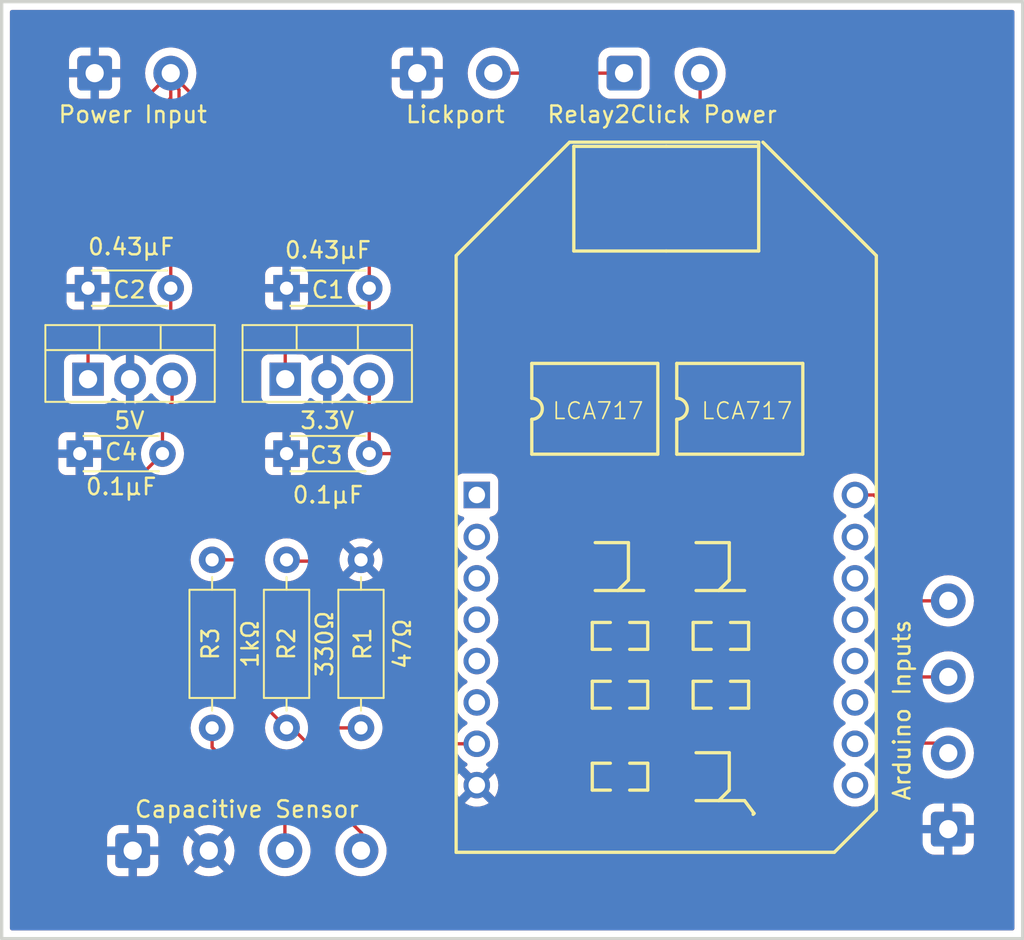
<source format=kicad_pcb>
(kicad_pcb (version 20240108) (generator "pcbnew") (generator_version "8.0")
  (layers (0 "F.Cu" signal) (31 "B.Cu" signal) (34 "B.Paste" user) (35 "F.Paste" user) (36 "B.SilkS" user "B.Silkscreen") (37 "F.SilkS" user "F.Silkscreen") (38 "B.Mask" user) (39 "F.Mask" user) (44 "Edge.Cuts" user))
  (net 0 "")
  (net 1 "Net-(BT1-+)")
  (net 2 "GND")
  (net 3 "Net-(K1-3.3V)")
  (net 4 "Net-(J3-Pin_2)")
  (net 5 "Net-(J1-Pin_4)")
  (net 6 "Net-(J2-Pin_2)")
  (net 7 "Net-(J3-Pin_4)")
  (net 8 "Net-(J3-Pin_3)")
  (net 20 "Net-(R1-Pad2)")
  (footprint "Connector_Wire:SolderWire-0.5sqmm_1x02_P4.6mm_D0.9mm_OD2.1mm" (layer "F.Cu") (at 169.4 49.5)
    (property "Reference" "BT1")
    (property "Value" "Power Input" (at 2.3 2.5 0) (layer "F.SilkS"))
    (pad "1" thru_hole roundrect (at 0 0) (size 2.1 2.1) (drill 1.1) (layers "*.Cu" "*.Mask") (roundrect_rratio 0.119048) (net 2 "GND"))
    (pad "2" thru_hole circle (at 4.6 0) (size 2.1 2.1) (drill 1.1) (layers "*.Cu" "*.Mask") (net 1 "Net-(BT1-+)"))
  )
  (footprint "Package_TO_SOT_THT:TO-220-3_Vertical" (layer "F.Cu") (at 169 68)
    (property "Reference" "U2")
    (property "Value" "5V" (at 2.5 2.5 0) (layer "F.SilkS"))
    (fp_line (start -2.58 -3.27) (end -2.58 1.371) (stroke (width 0.12)) (layer "F.SilkS"))
    (fp_line (start -2.58 -3.27) (end 7.66 -3.27) (stroke (width 0.12)) (layer "F.SilkS"))
    (fp_line (start -2.58 -1.76) (end 7.66 -1.76) (stroke (width 0.12)) (layer "F.SilkS"))
    (fp_line (start -2.58 1.371) (end 7.66 1.371) (stroke (width 0.12)) (layer "F.SilkS"))
    (fp_line (start 0.69 -3.27) (end 0.69 -1.76) (stroke (width 0.12)) (layer "F.SilkS"))
    (fp_line (start 4.391 -3.27) (end 4.391 -1.76) (stroke (width 0.12)) (layer "F.SilkS"))
    (fp_line (start 7.66 -3.27) (end 7.66 1.371) (stroke (width 0.12)) (layer "F.SilkS"))
    (pad "1" thru_hole rect (at 0 0) (size 1.905 2) (drill 1.1) (layers "*.Cu" "*.Mask") (net 1 "Net-(BT1-+)"))
    (pad "2" thru_hole oval (at 2.54 0) (size 1.905 2) (drill 1.1) (layers "*.Cu" "*.Mask") (net 2 "GND"))
    (pad "3" thru_hole oval (at 5.08 0) (size 1.905 2) (drill 1.1) (layers "*.Cu" "*.Mask") (net 4 "Net-(J3-Pin_2)"))
  )
  (footprint "Resistor_THT:R_Axial_DIN0207_L6.3mm_D2.5mm_P10.16mm_Horizontal" (layer "F.Cu") (at 181 78.92 -90)
    (property "Reference" "R2" (at 5.08 0 90) (layer "F.SilkS"))
    (property "Value" "330Ω" (at 5.08 -2.3 90) (layer "F.SilkS") (effects (font (size 0.9906 0.9906) (thickness 0.14986))))
    (fp_line (start 1.81 1.37) (end 8.35 1.37) (stroke (width 0.12)) (layer "F.SilkS"))
    (fp_line (start 8.35 1.37) (end 8.35 -1.37) (stroke (width 0.12)) (layer "F.SilkS"))
    (fp_line (start 1.04 0) (end 1.81 0) (stroke (width 0.12)) (layer "F.SilkS"))
    (fp_line (start 9.12 0) (end 8.35 0) (stroke (width 0.12)) (layer "F.SilkS"))
    (fp_line (start 1.81 -1.37) (end 1.81 1.37) (stroke (width 0.12)) (layer "F.SilkS"))
    (fp_line (start 8.35 -1.37) (end 1.81 -1.37) (stroke (width 0.12)) (layer "F.SilkS"))
    (pad "1" thru_hole circle (at 0 0 270) (size 1.6 1.6) (drill 0.8) (layers "*.Cu" "*.Mask") (net 20 "Net-(R1-Pad2)"))
    (pad "2" thru_hole oval (at 10.16 0 270) (size 1.6 1.6) (drill 0.8) (layers "*.Cu" "*.Mask") (net 8 "Net-(J3-Pin_3)"))
  )
  (footprint "Connector_Wire:SolderWire-0.5sqmm_1x02_P4.6mm_D0.9mm_OD2.1mm" (layer "F.Cu") (at 188.9 49.5)
    (property "Reference" "J4")
    (property "Value" "Lickport" (at 2.3 2.5 0) (layer "F.SilkS"))
    (pad "1" thru_hole roundrect (at 0 0) (size 2.1 2.1) (drill 1.1) (layers "*.Cu" "*.Mask") (roundrect_rratio 0.119048) (net 2 "GND"))
    (pad "2" thru_hole circle (at 4.6 0) (size 2.1 2.1) (drill 1.1) (layers "*.Cu" "*.Mask") (net 6 "Net-(J2-Pin_2)"))
  )
  (footprint "Connector_Wire:SolderWire-0.5sqmm_1x04_P4.6mm_D0.9mm_OD2.1mm" (layer "F.Cu") (at 171.7 96.5)
    (property "Reference" "J1")
    (property "Value" "Capacitive Sensor" (at 6.9 -2.5 0) (layer "F.SilkS"))
    (pad "1" thru_hole roundrect (at 0 0) (size 2.1 2.1) (drill 1.1) (layers "*.Cu" "*.Mask") (roundrect_rratio 0.119048) (net 2 "GND"))
    (pad "2" thru_hole circle (at 4.6 0) (size 2.1 2.1) (drill 1.1) (layers "*.Cu" "*.Mask") (net 2 "GND"))
    (pad "3" thru_hole circle (at 9.2 0) (size 2.1 2.1) (drill 1.1) (layers "*.Cu" "*.Mask") (net 1 "Net-(BT1-+)"))
    (pad "4" thru_hole circle (at 13.8 0) (size 2.1 2.1) (drill 1.1) (layers "*.Cu" "*.Mask") (net 5 "Net-(J1-Pin_4)"))
  )
  (footprint "Resistor_THT:R_Axial_DIN0207_L6.3mm_D2.5mm_P10.16mm_Horizontal" (layer "F.Cu") (at 185.5 78.92 -90)
    (property "Reference" "R1" (at 5.08 -0.1 90) (layer "F.SilkS"))
    (property "Value" "47Ω" (at 5.08 -2.5 90) (layer "F.SilkS") (effects (font (size 0.9906 0.9906) (thickness 0.14986))))
    (fp_line (start 1.81 1.37) (end 8.35 1.37) (stroke (width 0.12)) (layer "F.SilkS"))
    (fp_line (start 8.35 1.37) (end 8.35 -1.37) (stroke (width 0.12)) (layer "F.SilkS"))
    (fp_line (start 1.04 0) (end 1.81 0) (stroke (width 0.12)) (layer "F.SilkS"))
    (fp_line (start 9.12 0) (end 8.35 0) (stroke (width 0.12)) (layer "F.SilkS"))
    (fp_line (start 1.81 -1.37) (end 1.81 1.37) (stroke (width 0.12)) (layer "F.SilkS"))
    (fp_line (start 8.35 -1.37) (end 1.81 -1.37) (stroke (width 0.12)) (layer "F.SilkS"))
    (pad "1" thru_hole circle (at 0 0 270) (size 1.6 1.6) (drill 0.8) (layers "*.Cu" "*.Mask") (net 2 "GND"))
    (pad "2" thru_hole oval (at 10.16 0 270) (size 1.6 1.6) (drill 0.8) (layers "*.Cu" "*.Mask") (net 20 "Net-(R1-Pad2)"))
  )
  (footprint "ShulzLab:Relay2Click" (layer "F.Cu") (at 204 50)
    (property "Reference" "K1")
    (property "Value" "Relay2Click")
    (fp_line (start -12.748391 10.531748) (end -5.890391 3.673748) (stroke (width 0.2)) (layer "F.SilkS"))
    (fp_line (start -12.748391 46.599748) (end -12.748391 10.531748) (stroke (width 0.2)) (layer "F.SilkS"))
    (fp_line (start -12.748391 46.599748) (end 10.111609 46.599748) (stroke (width 0.2)) (layer "F.SilkS"))
    (fp_line (start -8.176391 17.046848) (end -0.556391 17.046848) (stroke (width 0.2)) (layer "F.SilkS"))
    (fp_line (start -8.176391 19.155048) (end -8.176391 17.046848) (stroke (width 0.2)) (layer "F.SilkS"))
    (fp_line (start -8.176391 22.533248) (end -8.176391 20.425048) (stroke (width 0.2)) (layer "F.SilkS"))
    (fp_line (start -8.176391 22.533248) (end -0.556391 22.533248) (stroke (width 0.2)) (layer "F.SilkS"))
    (fp_line (start -5.890391 3.673748) (end 5.539609 3.673748) (stroke (width 0.2)) (layer "F.SilkS"))
    (fp_line (start -5.636391 3.927748) (end -5.636391 10.252348) (stroke (width 0.2)) (layer "F.SilkS"))
    (fp_line (start -5.636391 3.927748) (end -0.048391 3.927748) (stroke (width 0.2)) (layer "F.SilkS"))
    (fp_line (start -5.636391 10.252348) (end -0.048391 10.252348) (stroke (width 0.2)) (layer "F.SilkS"))
    (fp_line (start -4.518791 32.705948) (end -3.426591 32.705948) (stroke (width 0.2)) (layer "F.SilkS"))
    (fp_line (start -4.518791 34.331548) (end -4.518791 32.705948) (stroke (width 0.2)) (layer "F.SilkS"))
    (fp_line (start -4.518791 34.331548) (end -3.426591 34.331548) (stroke (width 0.2)) (layer "F.SilkS"))
    (fp_line (start -4.518791 36.261948) (end -3.426591 36.261948) (stroke (width 0.2)) (layer "F.SilkS"))
    (fp_line (start -4.518791 37.887548) (end -4.518791 36.261948) (stroke (width 0.2)) (layer "F.SilkS"))
    (fp_line (start -4.518791 37.887548) (end -3.426591 37.887548) (stroke (width 0.2)) (layer "F.SilkS"))
    (fp_line (start -4.518791 41.214948) (end -3.426591 41.214948) (stroke (width 0.2)) (layer "F.SilkS"))
    (fp_line (start -4.518791 42.840548) (end -4.518791 41.214948) (stroke (width 0.2)) (layer "F.SilkS"))
    (fp_line (start -4.518791 42.840548) (end -3.426591 42.840548) (stroke (width 0.2)) (layer "F.SilkS"))
    (fp_line (start -4.340991 27.879948) (end -2.334391 27.879948) (stroke (width 0.2)) (layer "F.SilkS"))
    (fp_line (start -4.340991 30.775548) (end -1.409831 30.775548) (stroke (width 0.2)) (layer "F.SilkS"))
    (fp_line (start -2.969391 30.775548) (end -2.334391 30.140548) (stroke (width 0.2)) (layer "F.SilkS"))
    (fp_line (start -2.334391 30.140548) (end -2.334391 27.879948) (stroke (width 0.2)) (layer "F.SilkS"))
    (fp_line (start -2.258191 32.705948) (end -1.165991 32.705948) (stroke (width 0.2)) (layer "F.SilkS"))
    (fp_line (start -2.258191 34.331548) (end -1.165991 34.331548) (stroke (width 0.2)) (layer "F.SilkS"))
    (fp_line (start -2.258191 36.261948) (end -1.165991 36.261948) (stroke (width 0.2)) (layer "F.SilkS"))
    (fp_line (start -2.258191 37.887548) (end -1.165991 37.887548) (stroke (width 0.2)) (layer "F.SilkS"))
    (fp_line (start -2.258191 41.214948) (end -1.165991 41.214948) (stroke (width 0.2)) (layer "F.SilkS"))
    (fp_line (start -2.258191 42.840548) (end -1.165991 42.840548) (stroke (width 0.2)) (layer "F.SilkS"))
    (fp_line (start -1.165991 32.705948) (end -1.165991 34.331548) (stroke (width 0.2)) (layer "F.SilkS"))
    (fp_line (start -1.165991 36.261948) (end -1.165991 37.887548) (stroke (width 0.2)) (layer "F.SilkS"))
    (fp_line (start -1.165991 41.214948) (end -1.165991 42.840548) (stroke (width 0.2)) (layer "F.SilkS"))
    (fp_line (start -0.556391 22.533248) (end -0.556391 17.046848) (stroke (width 0.2)) (layer "F.SilkS"))
    (fp_line (start -0.048391 3.927748) (end 5.539609 3.927748) (stroke (width 0.2)) (layer "F.SilkS"))
    (fp_line (start -0.048391 10.252348) (end 5.539609 10.252348) (stroke (width 0.2)) (layer "F.SilkS"))
    (fp_line (start 0.586609 17.046848) (end 8.206609 17.046848) (stroke (width 0.2)) (layer "F.SilkS"))
    (fp_line (start 0.586609 19.155048) (end 0.586609 17.046848) (stroke (width 0.2)) (layer "F.SilkS"))
    (fp_line (start 0.586609 22.533248) (end 0.586609 20.425048) (stroke (width 0.2)) (layer "F.SilkS"))
    (fp_line (start 0.586609 22.533248) (end 8.206609 22.533248) (stroke (width 0.2)) (layer "F.SilkS"))
    (fp_line (start 1.577209 32.705948) (end 2.669409 32.705948) (stroke (width 0.2)) (layer "F.SilkS"))
    (fp_line (start 1.577209 34.331548) (end 1.577209 32.705948) (stroke (width 0.2)) (layer "F.SilkS"))
    (fp_line (start 1.577209 34.331548) (end 2.669409 34.331548) (stroke (width 0.2)) (layer "F.SilkS"))
    (fp_line (start 1.577209 36.261948) (end 2.669409 36.261948) (stroke (width 0.2)) (layer "F.SilkS"))
    (fp_line (start 1.577209 37.887548) (end 1.577209 36.261948) (stroke (width 0.2)) (layer "F.SilkS"))
    (fp_line (start 1.577209 37.887548) (end 2.669409 37.887548) (stroke (width 0.2)) (layer "F.SilkS"))
    (fp_line (start 1.755009 27.879948) (end 3.761609 27.879948) (stroke (width 0.2)) (layer "F.SilkS"))
    (fp_line (start 1.755009 30.775548) (end 4.686169 30.775548) (stroke (width 0.2)) (layer "F.SilkS"))
    (fp_line (start 1.755009 40.579948) (end 3.761609 40.579948) (stroke (width 0.2)) (layer "F.SilkS"))
    (fp_line (start 1.755009 43.475548) (end 4.686169 43.475548) (stroke (width 0.2)) (layer "F.SilkS"))
    (fp_line (start 3.126609 30.775548) (end 3.761609 30.140548) (stroke (width 0.2)) (layer "F.SilkS"))
    (fp_line (start 3.126609 43.475548) (end 3.761609 42.840548) (stroke (width 0.2)) (layer "F.SilkS"))
    (fp_line (start 3.761609 30.140548) (end 3.761609 27.879948) (stroke (width 0.2)) (layer "F.SilkS"))
    (fp_line (start 3.761609 42.840548) (end 3.761609 40.579948) (stroke (width 0.2)) (layer "F.SilkS"))
    (fp_line (start 3.837809 32.705948) (end 4.930009 32.705948) (stroke (width 0.2)) (layer "F.SilkS"))
    (fp_line (start 3.837809 34.331548) (end 4.930009 34.331548) (stroke (width 0.2)) (layer "F.SilkS"))
    (fp_line (start 3.837809 36.261948) (end 4.930009 36.261948) (stroke (width 0.2)) (layer "F.SilkS"))
    (fp_line (start 3.837809 37.887548) (end 4.930009 37.887548) (stroke (width 0.2)) (layer "F.SilkS"))
    (fp_line (start 4.686169 43.475548) (end 5.260209 44.247708) (stroke (width 0.2)) (layer "F.SilkS"))
    (fp_line (start 4.930009 32.705948) (end 4.930009 34.331548) (stroke (width 0.2)) (layer "F.SilkS"))
    (fp_line (start 4.930009 36.261948) (end 4.930009 37.887548) (stroke (width 0.2)) (layer "F.SilkS"))
    (fp_line (start 5.206869 44.295968) (end 5.260209 44.247708) (stroke (width 0.2)) (layer "F.SilkS"))
    (fp_line (start 5.260209 44.247708) (end 5.204329 44.303588) (stroke (width 0.2)) (layer "F.SilkS"))
    (fp_line (start 5.539609 10.252348) (end 5.539609 3.673748) (stroke (width 0.2)) (layer "F.SilkS"))
    (fp_line (start 5.793609 3.673748) (end 12.651609 10.531748) (stroke (width 0.2)) (layer "F.SilkS"))
    (fp_line (start 8.206609 22.533248) (end 8.206609 17.046848) (stroke (width 0.2)) (layer "F.SilkS"))
    (fp_line (start 10.111609 46.599748) (end 12.651609 44.059748) (stroke (width 0.2)) (layer "F.SilkS"))
    (fp_line (start 12.651609 44.059748) (end 12.651609 10.531748) (stroke (width 0.2)) (layer "F.SilkS"))
    (fp_arc (start -8.176391 19.155048) (mid -7.541391 19.790048) (end -8.176391 20.425048) (stroke (width 0.2)) (layer "F.SilkS"))
    (fp_arc (start 0.586609 19.155048) (mid 1.221609 19.790048) (end 0.586609 20.425048) (stroke (width 0.2)) (layer "F.SilkS"))
    (fp_text user "LCA717" (at -7 20.5 0) (layer "F.SilkS") (effects (font (thickness 0.1)) (justify left bottom)))
    (fp_text user "LCA717" (at 2 20.5 0) (layer "F.SilkS") (effects (font (thickness 0.1)) (justify left bottom)))
    (pad "1" thru_hole rect (at -11.5 25) (size 1.6 1.6) (drill 1) (layers "*.Cu" "*.Mask"))
    (pad "2" thru_hole circle (at -11.5 27.54) (size 1.6 1.6) (drill 1) (layers "*.Cu" "*.Mask"))
    (pad "3" thru_hole circle (at -11.5 30.04) (size 1.6 1.6) (drill 1) (layers "*.Cu" "*.Mask"))
    (pad "4" thru_hole circle (at -11.5 32.54) (size 1.6 1.6) (drill 1) (layers "*.Cu" "*.Mask"))
    (pad "5" thru_hole circle (at -11.5 35.04) (size 1.6 1.6) (drill 1) (layers "*.Cu" "*.Mask"))
    (pad "6" thru_hole circle (at -11.5 37.54) (size 1.6 1.6) (drill 1) (layers "*.Cu" "*.Mask"))
    (pad "7" thru_hole circle (at -11.5 40.04) (size 1.6 1.6) (drill 1) (layers "*.Cu" "*.Mask") (net 3 "Net-(K1-3.3V)"))
    (pad "8" thru_hole circle (at -11.5 42.54) (size 1.6 1.6) (drill 1) (layers "*.Cu" "*.Mask") (net 2 "GND"))
    (pad "9" thru_hole circle (at 11.36 42.54) (size 1.6 1.6) (drill 1) (layers "*.Cu" "*.Mask"))
    (pad "10" thru_hole circle (at 11.36 40.04) (size 1.6 1.6) (drill 1) (layers "*.Cu" "*.Mask"))
    (pad "11" thru_hole circle (at 11.36 37.54) (size 1.6 1.6) (drill 1) (layers "*.Cu" "*.Mask"))
    (pad "12" thru_hole circle (at 11.36 35.04) (size 1.6 1.6) (drill 1) (layers "*.Cu" "*.Mask"))
    (pad "13" thru_hole circle (at 11.36 32.54) (size 1.6 1.6) (drill 1) (layers "*.Cu" "*.Mask"))
    (pad "14" thru_hole circle (at 11.36 30.04) (size 1.6 1.6) (drill 1) (layers "*.Cu" "*.Mask"))
    (pad "15" thru_hole circle (at 11.36 27.54) (size 1.6 1.6) (drill 1) (layers "*.Cu" "*.Mask"))
    (pad "16" thru_hole circle (at 11.36 25) (size 1.6 1.6) (drill 1) (layers "*.Cu" "*.Mask") (net 7 "Net-(J3-Pin_4)"))
  )
  (footprint "Package_TO_SOT_THT:TO-220-3_Vertical" (layer "F.Cu") (at 180.92 68)
    (property "Reference" "U1")
    (property "Value" "3.3V" (at 2.54 2.5 0) (layer "F.SilkS"))
    (fp_line (start -2.58 -3.27) (end -2.58 1.371) (stroke (width 0.12)) (layer "F.SilkS"))
    (fp_line (start -2.58 -3.27) (end 7.66 -3.27) (stroke (width 0.12)) (layer "F.SilkS"))
    (fp_line (start -2.58 -1.76) (end 7.66 -1.76) (stroke (width 0.12)) (layer "F.SilkS"))
    (fp_line (start -2.58 1.371) (end 7.66 1.371) (stroke (width 0.12)) (layer "F.SilkS"))
    (fp_line (start 0.69 -3.27) (end 0.69 -1.76) (stroke (width 0.12)) (layer "F.SilkS"))
    (fp_line (start 4.391 -3.27) (end 4.391 -1.76) (stroke (width 0.12)) (layer "F.SilkS"))
    (fp_line (start 7.66 -3.27) (end 7.66 1.371) (stroke (width 0.12)) (layer "F.SilkS"))
    (pad "1" thru_hole rect (at 0 0) (size 1.905 2) (drill 1.1) (layers "*.Cu" "*.Mask") (net 1 "Net-(BT1-+)"))
    (pad "2" thru_hole oval (at 2.54 0) (size 1.905 2) (drill 1.1) (layers "*.Cu" "*.Mask") (net 2 "GND"))
    (pad "3" thru_hole oval (at 5.08 0) (size 1.905 2) (drill 1.1) (layers "*.Cu" "*.Mask") (net 3 "Net-(K1-3.3V)"))
  )
  (footprint "Capacitor_THT:C_Disc_D4.3mm_W1.9mm_P5.00mm" (layer "F.Cu") (at 169 62.5)
    (property "Reference" "C2" (at 2.5 0.1 0) (layer "F.SilkS"))
    (property "Value" "0.43µF" (at 2.6 -2.5 0) (layer "F.SilkS") (effects (font (size 0.9906 0.9906) (thickness 0.14986))))
    (fp_line (start 0.23 -1.07) (end 0.23 -1.055) (stroke (width 0.12)) (layer "F.SilkS"))
    (fp_line (start 0.23 -1.07) (end 4.77 -1.07) (stroke (width 0.12)) (layer "F.SilkS"))
    (fp_line (start 0.23 1.055) (end 0.23 1.07) (stroke (width 0.12)) (layer "F.SilkS"))
    (fp_line (start 0.23 1.07) (end 4.77 1.07) (stroke (width 0.12)) (layer "F.SilkS"))
    (fp_line (start 4.77 -1.07) (end 4.77 -1.055) (stroke (width 0.12)) (layer "F.SilkS"))
    (fp_line (start 4.77 1.055) (end 4.77 1.07) (stroke (width 0.12)) (layer "F.SilkS"))
    (pad "1" thru_hole rect (at 0 0) (size 1.6 1.6) (drill 0.8) (layers "*.Cu" "*.Mask") (net 2 "GND"))
    (pad "2" thru_hole circle (at 5 0) (size 1.6 1.6) (drill 0.8) (layers "*.Cu" "*.Mask") (net 1 "Net-(BT1-+)"))
  )
  (footprint "Connector_Wire:SolderWire-0.5sqmm_1x04_P4.6mm_D0.9mm_OD2.1mm" (layer "F.Cu") (at 221 95.2 90)
    (property "Reference" "J3")
    (property "Value" "Arduino Inputs" (at 7.2 -2.8 90) (layer "F.SilkS"))
    (pad "1" thru_hole roundrect (at 0 0 90) (size 2.1 2.1) (drill 1.1) (layers "*.Cu" "*.Mask") (roundrect_rratio 0.119048) (net 2 "GND"))
    (pad "2" thru_hole circle (at 4.6 0 90) (size 2.1 2.1) (drill 1.1) (layers "*.Cu" "*.Mask") (net 4 "Net-(J3-Pin_2)"))
    (pad "3" thru_hole circle (at 9.2 0 90) (size 2.1 2.1) (drill 1.1) (layers "*.Cu" "*.Mask") (net 8 "Net-(J3-Pin_3)"))
    (pad "4" thru_hole circle (at 13.8 0 90) (size 2.1 2.1) (drill 1.1) (layers "*.Cu" "*.Mask") (net 7 "Net-(J3-Pin_4)"))
  )
  (footprint "Capacitor_THT:C_Disc_D4.3mm_W1.9mm_P5.00mm" (layer "F.Cu") (at 168.5 72.5)
    (property "Reference" "C4" (at 2.5 -0.1 0) (layer "F.SilkS"))
    (property "Value" "0.1µF" (at 2.5 2 0) (layer "F.SilkS") (effects (font (size 0.9906 0.9906) (thickness 0.14986))))
    (fp_line (start 0.23 -1.07) (end 0.23 -1.055) (stroke (width 0.12)) (layer "F.SilkS"))
    (fp_line (start 0.23 -1.07) (end 4.77 -1.07) (stroke (width 0.12)) (layer "F.SilkS"))
    (fp_line (start 0.23 1.055) (end 0.23 1.07) (stroke (width 0.12)) (layer "F.SilkS"))
    (fp_line (start 0.23 1.07) (end 4.77 1.07) (stroke (width 0.12)) (layer "F.SilkS"))
    (fp_line (start 4.77 -1.07) (end 4.77 -1.055) (stroke (width 0.12)) (layer "F.SilkS"))
    (fp_line (start 4.77 1.055) (end 4.77 1.07) (stroke (width 0.12)) (layer "F.SilkS"))
    (pad "1" thru_hole rect (at 0 0) (size 1.6 1.6) (drill 0.8) (layers "*.Cu" "*.Mask") (net 2 "GND"))
    (pad "2" thru_hole circle (at 5 0) (size 1.6 1.6) (drill 0.8) (layers "*.Cu" "*.Mask") (net 4 "Net-(J3-Pin_2)"))
  )
  (footprint "Capacitor_THT:C_Disc_D4.3mm_W1.9mm_P5.00mm" (layer "F.Cu") (at 181 72.5)
    (property "Reference" "C3" (at 2.4 0.1 0) (layer "F.SilkS"))
    (property "Value" "0.1µF" (at 2.5 2.5 0) (layer "F.SilkS") (effects (font (size 0.9906 0.9906) (thickness 0.14986))))
    (fp_line (start 0.23 -1.07) (end 0.23 -1.055) (stroke (width 0.12)) (layer "F.SilkS"))
    (fp_line (start 0.23 -1.07) (end 4.77 -1.07) (stroke (width 0.12)) (layer "F.SilkS"))
    (fp_line (start 0.23 1.055) (end 0.23 1.07) (stroke (width 0.12)) (layer "F.SilkS"))
    (fp_line (start 0.23 1.07) (end 4.77 1.07) (stroke (width 0.12)) (layer "F.SilkS"))
    (fp_line (start 4.77 -1.07) (end 4.77 -1.055) (stroke (width 0.12)) (layer "F.SilkS"))
    (fp_line (start 4.77 1.055) (end 4.77 1.07) (stroke (width 0.12)) (layer "F.SilkS"))
    (pad "1" thru_hole rect (at 0 0) (size 1.6 1.6) (drill 0.8) (layers "*.Cu" "*.Mask") (net 2 "GND"))
    (pad "2" thru_hole circle (at 5 0) (size 1.6 1.6) (drill 0.8) (layers "*.Cu" "*.Mask") (net 3 "Net-(K1-3.3V)"))
  )
  (footprint "Resistor_THT:R_Axial_DIN0207_L6.3mm_D2.5mm_P10.16mm_Horizontal" (layer "F.Cu") (at 176.5 89.08 90)
    (property "Reference" "R3" (at 5.08 -0.1 90) (layer "F.SilkS"))
    (property "Value" "1kΩ" (at 5.08 2.3 90) (layer "F.SilkS") (effects (font (size 0.9906 0.9906) (thickness 0.14986))))
    (fp_line (start 8.35 -1.37) (end 1.81 -1.37) (stroke (width 0.12)) (layer "F.SilkS"))
    (fp_line (start 1.81 -1.37) (end 1.81 1.37) (stroke (width 0.12)) (layer "F.SilkS"))
    (fp_line (start 9.12 0) (end 8.35 0) (stroke (width 0.12)) (layer "F.SilkS"))
    (fp_line (start 1.04 0) (end 1.81 0) (stroke (width 0.12)) (layer "F.SilkS"))
    (fp_line (start 8.35 1.37) (end 8.35 -1.37) (stroke (width 0.12)) (layer "F.SilkS"))
    (fp_line (start 1.81 1.37) (end 8.35 1.37) (stroke (width 0.12)) (layer "F.SilkS"))
    (pad "1" thru_hole circle (at 0 0 90) (size 1.6 1.6) (drill 0.8) (layers "*.Cu" "*.Mask") (net 5 "Net-(J1-Pin_4)"))
    (pad "2" thru_hole oval (at 10.16 0 90) (size 1.6 1.6) (drill 0.8) (layers "*.Cu" "*.Mask") (net 8 "Net-(J3-Pin_3)"))
  )
  (footprint "Capacitor_THT:C_Disc_D4.3mm_W1.9mm_P5.00mm" (layer "F.Cu") (at 181 62.5)
    (property "Reference" "C1" (at 2.5 0.1 0) (layer "F.SilkS"))
    (property "Value" "0.43µF" (at 2.5 -2.3 0) (layer "F.SilkS") (effects (font (size 0.9906 0.9906) (thickness 0.14986))))
    (fp_line (start 0.23 -1.07) (end 0.23 -1.055) (stroke (width 0.12)) (layer "F.SilkS"))
    (fp_line (start 0.23 -1.07) (end 4.77 -1.07) (stroke (width 0.12)) (layer "F.SilkS"))
    (fp_line (start 0.23 1.055) (end 0.23 1.07) (stroke (width 0.12)) (layer "F.SilkS"))
    (fp_line (start 0.23 1.07) (end 4.77 1.07) (stroke (width 0.12)) (layer "F.SilkS"))
    (fp_line (start 4.77 -1.07) (end 4.77 -1.055) (stroke (width 0.12)) (layer "F.SilkS"))
    (fp_line (start 4.77 1.055) (end 4.77 1.07) (stroke (width 0.12)) (layer "F.SilkS"))
    (pad "1" thru_hole rect (at 0 0) (size 1.6 1.6) (drill 0.8) (layers "*.Cu" "*.Mask") (net 2 "GND"))
    (pad "2" thru_hole circle (at 5 0) (size 1.6 1.6) (drill 0.8) (layers "*.Cu" "*.Mask") (net 1 "Net-(BT1-+)"))
  )
  (footprint "Connector_Wire:SolderWire-0.5sqmm_1x02_P4.6mm_D0.9mm_OD2.1mm" (layer "F.Cu") (at 201.4 49.5)
    (property "Reference" "J2")
    (property "Value" "Relay2Click Power" (at 2.3 2.5 0) (layer "F.SilkS"))
    (pad "1" thru_hole roundrect (at 0 0) (size 2.1 2.1) (drill 1.1) (layers "*.Cu" "*.Mask") (roundrect_rratio 0.119048) (net 6 "Net-(J2-Pin_2)"))
    (pad "2" thru_hole circle (at 4.6 0) (size 2.1 2.1) (drill 1.1) (layers "*.Cu" "*.Mask") (net 1 "Net-(BT1-+)"))
  )
  (gr_rect (start 163.778 45.179) (end 225.5 101.821) (stroke (width 0.2)) (fill none) (layer "Edge.Cuts"))
  (segment (start 174 91.5) (end 174 75.5) (width 0.2) (layer "F.Cu") (net 1))
  (segment (start 180.92 66.08) (end 180.92 68) (width 0.2) (layer "F.Cu") (net 1))
  (segment (start 174 49.5) (end 174 50) (width 0.2) (layer "F.Cu") (net 1))
  (segment (start 186 64.5) (end 185.5 65) (width 0.2) (layer "F.Cu") (net 1))
  (segment (start 180.9 96.5) (end 180.9 94.4) (width 0.2) (layer "F.Cu") (net 1))
  (segment (start 174 49.5) (end 173.5 50) (width 0.2) (layer "F.Cu") (net 1))
  (segment (start 172 60.5) (end 171.5 60) (width 0.2) (layer "F.Cu") (net 1))
  (segment (start 174 50) (end 174.5 50.5) (width 0.2) (layer "F.Cu") (net 1))
  (segment (start 173.5 60.5) (end 172 60.5) (width 0.2) (layer "F.Cu") (net 1))
  (segment (start 177.5 72) (end 177.5 65) (width 0.2) (layer "F.Cu") (net 1))
  (segment (start 169.5 65.5) (end 173 65.5) (width 0.2) (layer "F.Cu") (net 1))
  (segment (start 169 66) (end 169.5 65.5) (width 0.2) (layer "F.Cu") (net 1))
  (segment (start 176.75 59.75) (end 177 59.5) (width 0.2) (layer "F.Cu") (net 1))
  (segment (start 174 64.5) (end 174 62.5) (width 0.2) (layer "F.Cu") (net 1))
  (segment (start 180.5 94) (end 176.5 94) (width 0.2) (layer "F.Cu") (net 1))
  (segment (start 174 51) (end 174 49.5) (width 0.2) (layer "F.Cu") (net 1))
  (segment (start 173 65.5) (end 174 64.5) (width 0.2) (layer "F.Cu") (net 1))
  (segment (start 181.5 60.5) (end 185.5 60.5) (width 0.2) (layer "F.Cu") (net 1))
  (segment (start 186 62.5) (end 186 64.5) (width 0.2) (layer "F.Cu") (net 1))
  (segment (start 180.9 94.4) (end 180.5 94) (width 0.2) (layer "F.Cu") (net 1))
  (segment (start 186 61) (end 186 62.5) (width 0.2) (layer "F.Cu") (net 1))
  (segment (start 169 68) (end 169 66) (width 0.2) (layer "F.Cu") (net 1))
  (segment (start 176.5 52) (end 206 52) (width 0.2) (layer "F.Cu") (net 1))
  (segment (start 174.5 53.5) (end 181.5 60.5) (width 0.2) (layer "F.Cu") (net 1))
  (segment (start 174.5 50.5) (end 174.5 53.5) (width 0.2) (layer "F.Cu") (net 1))
  (segment (start 174 75.5) (end 177.5 72) (width 0.2) (layer "F.Cu") (net 1))
  (segment (start 177.5 65) (end 176.75 64.25) (width 0.2) (layer "F.Cu") (net 1))
  (segment (start 174 62.5) (end 174 61) (width 0.2) (layer "F.Cu") (net 1))
  (segment (start 177 59.5) (end 177 59) (width 0.2) (layer "F.Cu") (net 1))
  (segment (start 174 61) (end 173.5 60.5) (width 0.2) (layer "F.Cu") (net 1))
  (segment (start 173 55) (end 173 52) (width 0.2) (layer "F.Cu") (net 1))
  (segment (start 174 49.5) (end 176.5 52) (width 0.2) (layer "F.Cu") (net 1))
  (segment (start 173 52) (end 174 51) (width 0.2) (layer "F.Cu") (net 1))
  (segment (start 185.5 60.5) (end 186 61) (width 0.2) (layer "F.Cu") (net 1))
  (segment (start 182 65) (end 180.92 66.08) (width 0.2) (layer "F.Cu") (net 1))
  (segment (start 176.75 64.25) (end 176.75 59.75) (width 0.2) (layer "F.Cu") (net 1))
  (segment (start 177 59) (end 173 55) (width 0.2) (layer "F.Cu") (net 1))
  (segment (start 185.5 65) (end 182 65) (width 0.2) (layer "F.Cu") (net 1))
  (segment (start 206 52) (end 206 49.5) (width 0.2) (layer "F.Cu") (net 1))
  (segment (start 171.5 60) (end 171.5 52) (width 0.2) (layer "F.Cu") (net 1))
  (segment (start 176.5 94) (end 174 91.5) (width 0.2) (layer "F.Cu") (net 1))
  (segment (start 171.5 52) (end 174 49.5) (width 0.2) (layer "F.Cu") (net 1))
  (segment (start 189.5 74.5) (end 189.5 89.5) (width 0.2) (layer "F.Cu") (net 3))
  (segment (start 186 72.5) (end 187.5 72.5) (width 0.2) (layer "F.Cu") (net 3))
  (segment (start 190.04 90.04) (end 192.5 90.04) (width 0.2) (layer "F.Cu") (net 3))
  (segment (start 189.5 89.5) (end 190.04 90.04) (width 0.2) (layer "F.Cu") (net 3))
  (segment (start 187.5 72.5) (end 189.5 74.5) (width 0.2) (layer "F.Cu") (net 3))
  (segment (start 186 68) (end 186 72.5) (width 0.2) (layer "F.Cu") (net 3))
  (segment (start 168.5 98) (end 170.5 100) (width 0.2) (layer "F.Cu") (net 4))
  (segment (start 169 75.5) (end 168.5 76) (width 0.2) (layer "F.Cu") (net 4))
  (segment (start 171.5 74.5) (end 171.5 75.5) (width 0.2) (layer "F.Cu") (net 4))
  (segment (start 219 90) (end 220.4 90) (width 0.2) (layer "F.Cu") (net 4))
  (segment (start 174.08 69.42) (end 173.5 70) (width 0.2) (layer "F.Cu") (net 4))
  (segment (start 171.5 75.5) (end 169 75.5) (width 0.2) (layer "F.Cu") (net 4))
  (segment (start 173.5 72.5) (end 171.5 74.5) (width 0.2) (layer "F.Cu") (net 4))
  (segment (start 215.5 100) (end 219 96.5) (width 0.2) (layer "F.Cu") (net 4))
  (segment (start 220.4 90) (end 221 90.6) (width 0.2) (layer "F.Cu") (net 4))
  (segment (start 173.5 70) (end 173.5 72.5) (width 0.2) (layer "F.Cu") (net 4))
  (segment (start 219 96.5) (end 219 90) (width 0.2) (layer "F.Cu") (net 4))
  (segment (start 168.5 76) (end 168.5 98) (width 0.2) (layer "F.Cu") (net 4))
  (segment (start 170.5 100) (end 215.5 100) (width 0.2) (layer "F.Cu") (net 4))
  (segment (start 174.08 69.42) (end 174.08 68) (width 0.2) (layer "F.Cu") (net 4))
  (segment (start 181.5 92.5) (end 178.75 92.5) (width 0.2) (layer "F.Cu") (net 5))
  (segment (start 176.08 89.5) (end 176.5 89.08) (width 0.2) (layer "F.Cu") (net 5))
  (segment (start 183.1 93) (end 182 93) (width 0.2) (layer "F.Cu") (net 5))
  (segment (start 176.5 89.08) (end 176.5 89) (width 0.2) (layer "F.Cu") (net 5))
  (segment (start 176.5 90.25) (end 176.5 89.08) (width 0.2) (layer "F.Cu") (net 5))
  (segment (start 182 93) (end 181.5 92.5) (width 0.2) (layer "F.Cu") (net 5))
  (segment (start 178.75 92.5) (end 176.5 90.25) (width 0.2) (layer "F.Cu") (net 5))
  (segment (start 185.55 95.45) (end 183.1 93) (width 0.2) (layer "F.Cu") (net 5))
  (segment (start 193.5 49.5) (end 201.4 49.5) (width 0.2) (layer "F.Cu") (net 6))
  (segment (start 221 81.4) (end 217.9 81.4) (width 0.2) (layer "F.Cu") (net 7))
  (segment (start 217 80.5) (end 217 75.5) (width 0.2) (layer "F.Cu") (net 7))
  (segment (start 217 75.5) (end 216.5 75) (width 0.2) (layer "F.Cu") (net 7))
  (segment (start 216.5 75) (end 215.36 75) (width 0.2) (layer "F.Cu") (net 7))
  (segment (start 217.9 81.4) (end 217 80.5) (width 0.2) (layer "F.Cu") (net 7))
  (segment (start 188.5 94) (end 188.5 96.5) (width 0.2) (layer "F.Cu") (net 8))
  (segment (start 179.92 88) (end 181 89.08) (width 0.2) (layer "F.Cu") (net 8))
  (segment (start 178.5 87) (end 179.5 88) (width 0.2) (layer "F.Cu") (net 8))
  (segment (start 179.5 88) (end 179.92 88) (width 0.2) (layer "F.Cu") (net 8))
  (segment (start 219 86) (end 221 86) (width 0.2) (layer "F.Cu") (net 8))
  (segment (start 217.5 95) (end 217.5 87.5) (width 0.2) (layer "F.Cu") (net 8))
  (segment (start 176.5 78.92) (end 177.92 78.92) (width 0.2) (layer "F.Cu") (net 8))
  (segment (start 190.5 98.5) (end 214 98.5) (width 0.2) (layer "F.Cu") (net 8))
  (segment (start 181.33 89.08) (end 183.75 91.5) (width 0.2) (layer "F.Cu") (net 8))
  (segment (start 181 89.08) (end 181.33 89.08) (width 0.2) (layer "F.Cu") (net 8))
  (segment (start 177.92 78.92) (end 178.5 79.5) (width 0.2) (layer "F.Cu") (net 8))
  (segment (start 183.75 91.5) (end 186 91.5) (width 0.2) (layer "F.Cu") (net 8))
  (segment (start 214 98.5) (end 217.5 95) (width 0.2) (layer "F.Cu") (net 8))
  (segment (start 188.5 96.5) (end 190.5 98.5) (width 0.2) (layer "F.Cu") (net 8))
  (segment (start 217.5 87.5) (end 219 86) (width 0.2) (layer "F.Cu") (net 8))
  (segment (start 178.5 79.5) (end 178.5 87) (width 0.2) (layer "F.Cu") (net 8))
  (segment (start 186 91.5) (end 188.5 94) (width 0.2) (layer "F.Cu") (net 8))
  (segment (start 183 79) (end 183 88) (width 0.2) (layer "F.Cu") (net 20))
  (segment (start 181 79) (end 183 79) (width 0.2) (layer "F.Cu") (net 20))
  (segment (start 183 88) (end 184.08 89.08) (width 0.2) (layer "F.Cu") (net 20))
  (segment (start 184.08 89.08) (end 185.5 89.08) (width 0.2) (layer "F.Cu") (net 20))
  (segment (start 181 78.92) (end 181 79) (width 0.2) (layer "F.Cu") (net 20))
  (zone (net 2) (net_name "GND") (layers "F&B.Cu") (connect_pads (clearance 0.5)) (min_thickness 0.25) (fill yes (thermal_gap 0.5) (thermal_bridge_width 0.5))
    (polygon (pts (xy 163.8 45.2) (xy 163.8 101.8) (xy 225.4 101.8) (xy 225.4 45.2)))
  )
)
</source>
